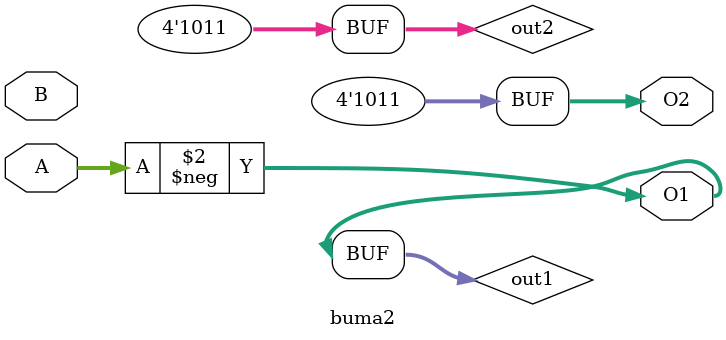
<source format=v>
`timescale 1ns / 1ps
module buma2(
	input [3:0] A,
	input [3:0] B,
	output [3:0] O1,
	output [3:0] O2
	
    );
	 reg [3:0] out1;
	 reg [3:0] out2;
	 initial begin
		out1=0;
		out2=0;
	 end
	 assign O1=out1;
	 assign O2=out2;
	 always @* begin
		out1=-A;
		out2=-4'd5;
	 end
		
		


endmodule

</source>
